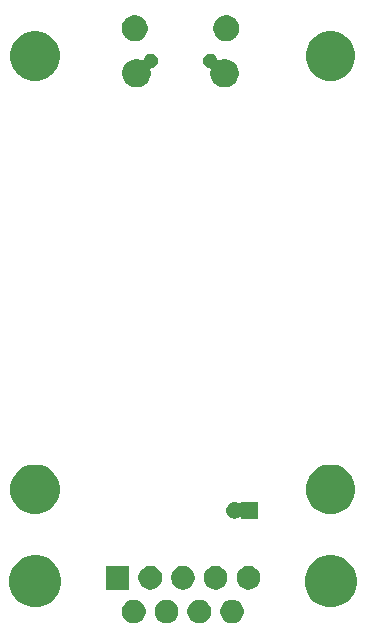
<source format=gbr>
G04 #@! TF.GenerationSoftware,KiCad,Pcbnew,(5.0.1)-3*
G04 #@! TF.CreationDate,2018-11-07T22:07:08+02:00*
G04 #@! TF.ProjectId,stm32-can,73746D33322D63616E2E6B696361645F,rev?*
G04 #@! TF.SameCoordinates,Original*
G04 #@! TF.FileFunction,Soldermask,Bot*
G04 #@! TF.FilePolarity,Negative*
%FSLAX46Y46*%
G04 Gerber Fmt 4.6, Leading zero omitted, Abs format (unit mm)*
G04 Created by KiCad (PCBNEW (5.0.1)-3) date 07-Nov-18 10:07:08 PM*
%MOMM*%
%LPD*%
G01*
G04 APERTURE LIST*
%ADD10C,0.100000*%
G04 APERTURE END LIST*
D10*
G36*
X195973770Y-87199372D02*
X196089689Y-87222429D01*
X196271678Y-87297811D01*
X196435463Y-87407249D01*
X196574751Y-87546537D01*
X196684189Y-87710322D01*
X196759571Y-87892311D01*
X196798000Y-88085509D01*
X196798000Y-88282491D01*
X196759571Y-88475689D01*
X196684189Y-88657678D01*
X196574751Y-88821463D01*
X196435463Y-88960751D01*
X196271678Y-89070189D01*
X196089689Y-89145571D01*
X195973770Y-89168628D01*
X195896493Y-89184000D01*
X195699507Y-89184000D01*
X195622230Y-89168628D01*
X195506311Y-89145571D01*
X195324322Y-89070189D01*
X195160537Y-88960751D01*
X195021249Y-88821463D01*
X194911811Y-88657678D01*
X194836429Y-88475689D01*
X194798000Y-88282491D01*
X194798000Y-88085509D01*
X194836429Y-87892311D01*
X194911811Y-87710322D01*
X195021249Y-87546537D01*
X195160537Y-87407249D01*
X195324322Y-87297811D01*
X195506311Y-87222429D01*
X195622230Y-87199372D01*
X195699507Y-87184000D01*
X195896493Y-87184000D01*
X195973770Y-87199372D01*
X195973770Y-87199372D01*
G37*
G36*
X193203770Y-87199372D02*
X193319689Y-87222429D01*
X193501678Y-87297811D01*
X193665463Y-87407249D01*
X193804751Y-87546537D01*
X193914189Y-87710322D01*
X193989571Y-87892311D01*
X194028000Y-88085509D01*
X194028000Y-88282491D01*
X193989571Y-88475689D01*
X193914189Y-88657678D01*
X193804751Y-88821463D01*
X193665463Y-88960751D01*
X193501678Y-89070189D01*
X193319689Y-89145571D01*
X193203770Y-89168628D01*
X193126493Y-89184000D01*
X192929507Y-89184000D01*
X192852230Y-89168628D01*
X192736311Y-89145571D01*
X192554322Y-89070189D01*
X192390537Y-88960751D01*
X192251249Y-88821463D01*
X192141811Y-88657678D01*
X192066429Y-88475689D01*
X192028000Y-88282491D01*
X192028000Y-88085509D01*
X192066429Y-87892311D01*
X192141811Y-87710322D01*
X192251249Y-87546537D01*
X192390537Y-87407249D01*
X192554322Y-87297811D01*
X192736311Y-87222429D01*
X192852230Y-87199372D01*
X192929507Y-87184000D01*
X193126493Y-87184000D01*
X193203770Y-87199372D01*
X193203770Y-87199372D01*
G37*
G36*
X201513770Y-87199372D02*
X201629689Y-87222429D01*
X201811678Y-87297811D01*
X201975463Y-87407249D01*
X202114751Y-87546537D01*
X202224189Y-87710322D01*
X202299571Y-87892311D01*
X202338000Y-88085509D01*
X202338000Y-88282491D01*
X202299571Y-88475689D01*
X202224189Y-88657678D01*
X202114751Y-88821463D01*
X201975463Y-88960751D01*
X201811678Y-89070189D01*
X201629689Y-89145571D01*
X201513770Y-89168628D01*
X201436493Y-89184000D01*
X201239507Y-89184000D01*
X201162230Y-89168628D01*
X201046311Y-89145571D01*
X200864322Y-89070189D01*
X200700537Y-88960751D01*
X200561249Y-88821463D01*
X200451811Y-88657678D01*
X200376429Y-88475689D01*
X200338000Y-88282491D01*
X200338000Y-88085509D01*
X200376429Y-87892311D01*
X200451811Y-87710322D01*
X200561249Y-87546537D01*
X200700537Y-87407249D01*
X200864322Y-87297811D01*
X201046311Y-87222429D01*
X201162230Y-87199372D01*
X201239507Y-87184000D01*
X201436493Y-87184000D01*
X201513770Y-87199372D01*
X201513770Y-87199372D01*
G37*
G36*
X198743770Y-87199372D02*
X198859689Y-87222429D01*
X199041678Y-87297811D01*
X199205463Y-87407249D01*
X199344751Y-87546537D01*
X199454189Y-87710322D01*
X199529571Y-87892311D01*
X199568000Y-88085509D01*
X199568000Y-88282491D01*
X199529571Y-88475689D01*
X199454189Y-88657678D01*
X199344751Y-88821463D01*
X199205463Y-88960751D01*
X199041678Y-89070189D01*
X198859689Y-89145571D01*
X198743770Y-89168628D01*
X198666493Y-89184000D01*
X198469507Y-89184000D01*
X198392230Y-89168628D01*
X198276311Y-89145571D01*
X198094322Y-89070189D01*
X197930537Y-88960751D01*
X197791249Y-88821463D01*
X197681811Y-88657678D01*
X197606429Y-88475689D01*
X197568000Y-88282491D01*
X197568000Y-88085509D01*
X197606429Y-87892311D01*
X197681811Y-87710322D01*
X197791249Y-87546537D01*
X197930537Y-87407249D01*
X198094322Y-87297811D01*
X198276311Y-87222429D01*
X198392230Y-87199372D01*
X198469507Y-87184000D01*
X198666493Y-87184000D01*
X198743770Y-87199372D01*
X198743770Y-87199372D01*
G37*
G36*
X210324716Y-83528544D02*
X210725090Y-83694384D01*
X211085421Y-83935150D01*
X211391850Y-84241579D01*
X211632616Y-84601910D01*
X211798456Y-85002284D01*
X211883000Y-85427317D01*
X211883000Y-85860683D01*
X211798456Y-86285716D01*
X211632616Y-86686090D01*
X211391850Y-87046421D01*
X211085421Y-87352850D01*
X210725090Y-87593616D01*
X210324716Y-87759456D01*
X209899683Y-87844000D01*
X209466317Y-87844000D01*
X209041284Y-87759456D01*
X208640910Y-87593616D01*
X208280579Y-87352850D01*
X207974150Y-87046421D01*
X207733384Y-86686090D01*
X207567544Y-86285716D01*
X207483000Y-85860683D01*
X207483000Y-85427317D01*
X207567544Y-85002284D01*
X207733384Y-84601910D01*
X207974150Y-84241579D01*
X208280579Y-83935150D01*
X208640910Y-83694384D01*
X209041284Y-83528544D01*
X209466317Y-83444000D01*
X209899683Y-83444000D01*
X210324716Y-83528544D01*
X210324716Y-83528544D01*
G37*
G36*
X185324716Y-83528544D02*
X185725090Y-83694384D01*
X186085421Y-83935150D01*
X186391850Y-84241579D01*
X186632616Y-84601910D01*
X186798456Y-85002284D01*
X186883000Y-85427317D01*
X186883000Y-85860683D01*
X186798456Y-86285716D01*
X186632616Y-86686090D01*
X186391850Y-87046421D01*
X186085421Y-87352850D01*
X185725090Y-87593616D01*
X185324716Y-87759456D01*
X184899683Y-87844000D01*
X184466317Y-87844000D01*
X184041284Y-87759456D01*
X183640910Y-87593616D01*
X183280579Y-87352850D01*
X182974150Y-87046421D01*
X182733384Y-86686090D01*
X182567544Y-86285716D01*
X182483000Y-85860683D01*
X182483000Y-85427317D01*
X182567544Y-85002284D01*
X182733384Y-84601910D01*
X182974150Y-84241579D01*
X183280579Y-83935150D01*
X183640910Y-83694384D01*
X184041284Y-83528544D01*
X184466317Y-83444000D01*
X184899683Y-83444000D01*
X185324716Y-83528544D01*
X185324716Y-83528544D01*
G37*
G36*
X202898770Y-84359372D02*
X203014689Y-84382429D01*
X203196678Y-84457811D01*
X203360463Y-84567249D01*
X203499751Y-84706537D01*
X203609189Y-84870322D01*
X203684571Y-85052311D01*
X203723000Y-85245509D01*
X203723000Y-85442491D01*
X203684571Y-85635689D01*
X203609189Y-85817678D01*
X203499751Y-85981463D01*
X203360463Y-86120751D01*
X203196678Y-86230189D01*
X203014689Y-86305571D01*
X202898770Y-86328628D01*
X202821493Y-86344000D01*
X202624507Y-86344000D01*
X202547230Y-86328628D01*
X202431311Y-86305571D01*
X202249322Y-86230189D01*
X202085537Y-86120751D01*
X201946249Y-85981463D01*
X201836811Y-85817678D01*
X201761429Y-85635689D01*
X201723000Y-85442491D01*
X201723000Y-85245509D01*
X201761429Y-85052311D01*
X201836811Y-84870322D01*
X201946249Y-84706537D01*
X202085537Y-84567249D01*
X202249322Y-84457811D01*
X202431311Y-84382429D01*
X202547230Y-84359372D01*
X202624507Y-84344000D01*
X202821493Y-84344000D01*
X202898770Y-84359372D01*
X202898770Y-84359372D01*
G37*
G36*
X197358770Y-84359372D02*
X197474689Y-84382429D01*
X197656678Y-84457811D01*
X197820463Y-84567249D01*
X197959751Y-84706537D01*
X198069189Y-84870322D01*
X198144571Y-85052311D01*
X198183000Y-85245509D01*
X198183000Y-85442491D01*
X198144571Y-85635689D01*
X198069189Y-85817678D01*
X197959751Y-85981463D01*
X197820463Y-86120751D01*
X197656678Y-86230189D01*
X197474689Y-86305571D01*
X197358770Y-86328628D01*
X197281493Y-86344000D01*
X197084507Y-86344000D01*
X197007230Y-86328628D01*
X196891311Y-86305571D01*
X196709322Y-86230189D01*
X196545537Y-86120751D01*
X196406249Y-85981463D01*
X196296811Y-85817678D01*
X196221429Y-85635689D01*
X196183000Y-85442491D01*
X196183000Y-85245509D01*
X196221429Y-85052311D01*
X196296811Y-84870322D01*
X196406249Y-84706537D01*
X196545537Y-84567249D01*
X196709322Y-84457811D01*
X196891311Y-84382429D01*
X197007230Y-84359372D01*
X197084507Y-84344000D01*
X197281493Y-84344000D01*
X197358770Y-84359372D01*
X197358770Y-84359372D01*
G37*
G36*
X200128770Y-84359372D02*
X200244689Y-84382429D01*
X200426678Y-84457811D01*
X200590463Y-84567249D01*
X200729751Y-84706537D01*
X200839189Y-84870322D01*
X200914571Y-85052311D01*
X200953000Y-85245509D01*
X200953000Y-85442491D01*
X200914571Y-85635689D01*
X200839189Y-85817678D01*
X200729751Y-85981463D01*
X200590463Y-86120751D01*
X200426678Y-86230189D01*
X200244689Y-86305571D01*
X200128770Y-86328628D01*
X200051493Y-86344000D01*
X199854507Y-86344000D01*
X199777230Y-86328628D01*
X199661311Y-86305571D01*
X199479322Y-86230189D01*
X199315537Y-86120751D01*
X199176249Y-85981463D01*
X199066811Y-85817678D01*
X198991429Y-85635689D01*
X198953000Y-85442491D01*
X198953000Y-85245509D01*
X198991429Y-85052311D01*
X199066811Y-84870322D01*
X199176249Y-84706537D01*
X199315537Y-84567249D01*
X199479322Y-84457811D01*
X199661311Y-84382429D01*
X199777230Y-84359372D01*
X199854507Y-84344000D01*
X200051493Y-84344000D01*
X200128770Y-84359372D01*
X200128770Y-84359372D01*
G37*
G36*
X194588770Y-84359372D02*
X194704689Y-84382429D01*
X194886678Y-84457811D01*
X195050463Y-84567249D01*
X195189751Y-84706537D01*
X195299189Y-84870322D01*
X195374571Y-85052311D01*
X195413000Y-85245509D01*
X195413000Y-85442491D01*
X195374571Y-85635689D01*
X195299189Y-85817678D01*
X195189751Y-85981463D01*
X195050463Y-86120751D01*
X194886678Y-86230189D01*
X194704689Y-86305571D01*
X194588770Y-86328628D01*
X194511493Y-86344000D01*
X194314507Y-86344000D01*
X194237230Y-86328628D01*
X194121311Y-86305571D01*
X193939322Y-86230189D01*
X193775537Y-86120751D01*
X193636249Y-85981463D01*
X193526811Y-85817678D01*
X193451429Y-85635689D01*
X193413000Y-85442491D01*
X193413000Y-85245509D01*
X193451429Y-85052311D01*
X193526811Y-84870322D01*
X193636249Y-84706537D01*
X193775537Y-84567249D01*
X193939322Y-84457811D01*
X194121311Y-84382429D01*
X194237230Y-84359372D01*
X194314507Y-84344000D01*
X194511493Y-84344000D01*
X194588770Y-84359372D01*
X194588770Y-84359372D01*
G37*
G36*
X192643000Y-86344000D02*
X190643000Y-86344000D01*
X190643000Y-84344000D01*
X192643000Y-84344000D01*
X192643000Y-86344000D01*
X192643000Y-86344000D01*
G37*
G36*
X201686224Y-78939128D02*
X201818175Y-78979155D01*
X201877189Y-79010699D01*
X201935076Y-79041640D01*
X201957715Y-79051018D01*
X201981748Y-79055798D01*
X202006253Y-79055798D01*
X202030286Y-79051017D01*
X202052925Y-79041640D01*
X202073300Y-79028026D01*
X202090627Y-79010699D01*
X202104240Y-78990324D01*
X202113618Y-78967685D01*
X202119000Y-78931400D01*
X202119000Y-78929000D01*
X203519000Y-78929000D01*
X203519000Y-80329000D01*
X202119000Y-80329000D01*
X202119000Y-80326600D01*
X202116598Y-80302214D01*
X202109485Y-80278765D01*
X202097934Y-80257154D01*
X202082388Y-80238212D01*
X202063446Y-80222666D01*
X202041835Y-80211115D01*
X202018386Y-80204002D01*
X201994000Y-80201600D01*
X201969614Y-80204002D01*
X201935075Y-80216360D01*
X201818175Y-80278845D01*
X201686224Y-80318872D01*
X201583390Y-80329000D01*
X201514610Y-80329000D01*
X201411776Y-80318872D01*
X201279825Y-80278845D01*
X201158219Y-80213845D01*
X201051630Y-80126370D01*
X200964155Y-80019781D01*
X200899155Y-79898175D01*
X200859128Y-79766224D01*
X200845613Y-79629000D01*
X200859128Y-79491776D01*
X200899155Y-79359825D01*
X200964155Y-79238219D01*
X201051630Y-79131630D01*
X201158219Y-79044155D01*
X201279825Y-78979155D01*
X201411776Y-78939128D01*
X201514610Y-78929000D01*
X201583390Y-78929000D01*
X201686224Y-78939128D01*
X201686224Y-78939128D01*
G37*
G36*
X185270547Y-75831701D02*
X185652722Y-75990003D01*
X185652723Y-75990004D01*
X185996672Y-76219823D01*
X186289177Y-76512328D01*
X186442390Y-76741627D01*
X186518997Y-76856278D01*
X186677299Y-77238453D01*
X186758000Y-77644167D01*
X186758000Y-78057833D01*
X186677299Y-78463547D01*
X186518997Y-78845722D01*
X186518996Y-78845723D01*
X186289177Y-79189672D01*
X185996672Y-79482177D01*
X185776935Y-79629000D01*
X185652722Y-79711997D01*
X185270547Y-79870299D01*
X184864833Y-79951000D01*
X184451167Y-79951000D01*
X184045453Y-79870299D01*
X183663278Y-79711997D01*
X183539065Y-79629000D01*
X183319328Y-79482177D01*
X183026823Y-79189672D01*
X182797004Y-78845723D01*
X182797003Y-78845722D01*
X182638701Y-78463547D01*
X182558000Y-78057833D01*
X182558000Y-77644167D01*
X182638701Y-77238453D01*
X182797003Y-76856278D01*
X182873610Y-76741627D01*
X183026823Y-76512328D01*
X183319328Y-76219823D01*
X183663277Y-75990004D01*
X183663278Y-75990003D01*
X184045453Y-75831701D01*
X184451167Y-75751000D01*
X184864833Y-75751000D01*
X185270547Y-75831701D01*
X185270547Y-75831701D01*
G37*
G36*
X210289547Y-75831701D02*
X210671722Y-75990003D01*
X210671723Y-75990004D01*
X211015672Y-76219823D01*
X211308177Y-76512328D01*
X211461390Y-76741627D01*
X211537997Y-76856278D01*
X211696299Y-77238453D01*
X211777000Y-77644167D01*
X211777000Y-78057833D01*
X211696299Y-78463547D01*
X211537997Y-78845722D01*
X211537996Y-78845723D01*
X211308177Y-79189672D01*
X211015672Y-79482177D01*
X210795935Y-79629000D01*
X210671722Y-79711997D01*
X210289547Y-79870299D01*
X209883833Y-79951000D01*
X209470167Y-79951000D01*
X209064453Y-79870299D01*
X208682278Y-79711997D01*
X208558065Y-79629000D01*
X208338328Y-79482177D01*
X208045823Y-79189672D01*
X207816004Y-78845723D01*
X207816003Y-78845722D01*
X207657701Y-78463547D01*
X207577000Y-78057833D01*
X207577000Y-77644167D01*
X207657701Y-77238453D01*
X207816003Y-76856278D01*
X207892610Y-76741627D01*
X208045823Y-76512328D01*
X208338328Y-76219823D01*
X208682277Y-75990004D01*
X208682278Y-75990003D01*
X209064453Y-75831701D01*
X209470167Y-75751000D01*
X209883833Y-75751000D01*
X210289547Y-75831701D01*
X210289547Y-75831701D01*
G37*
G36*
X194652012Y-40990057D02*
X194761207Y-41035287D01*
X194859481Y-41100952D01*
X194943048Y-41184519D01*
X195008713Y-41282793D01*
X195053943Y-41391988D01*
X195077000Y-41507904D01*
X195077000Y-41626096D01*
X195053943Y-41742012D01*
X195008713Y-41851207D01*
X194943048Y-41949481D01*
X194859481Y-42033048D01*
X194761207Y-42098713D01*
X194652012Y-42143943D01*
X194567752Y-42160703D01*
X194536095Y-42167000D01*
X194536094Y-42167000D01*
X194533922Y-42167432D01*
X194513926Y-42169402D01*
X194490477Y-42176515D01*
X194468866Y-42188066D01*
X194449924Y-42203612D01*
X194434378Y-42222554D01*
X194422827Y-42244165D01*
X194415714Y-42267614D01*
X194413312Y-42292000D01*
X194415714Y-42316386D01*
X194452000Y-42498809D01*
X194452000Y-42735191D01*
X194405885Y-42967026D01*
X194315427Y-43185412D01*
X194184099Y-43381958D01*
X194016958Y-43549099D01*
X193820412Y-43680427D01*
X193602026Y-43770885D01*
X193370191Y-43817000D01*
X193133809Y-43817000D01*
X192901974Y-43770885D01*
X192683588Y-43680427D01*
X192487042Y-43549099D01*
X192319901Y-43381958D01*
X192188573Y-43185412D01*
X192098115Y-42967026D01*
X192052000Y-42735191D01*
X192052000Y-42498809D01*
X192098115Y-42266974D01*
X192188573Y-42048588D01*
X192319901Y-41852042D01*
X192487042Y-41684901D01*
X192683588Y-41553573D01*
X192901974Y-41463115D01*
X193133809Y-41417000D01*
X193370191Y-41417000D01*
X193602024Y-41463115D01*
X193602026Y-41463116D01*
X193602027Y-41463116D01*
X193723583Y-41513466D01*
X193747029Y-41520578D01*
X193771416Y-41522980D01*
X193795802Y-41520578D01*
X193819251Y-41513465D01*
X193840862Y-41501914D01*
X193859804Y-41486369D01*
X193875350Y-41467427D01*
X193886901Y-41445816D01*
X193894014Y-41422367D01*
X193900057Y-41391988D01*
X193945287Y-41282793D01*
X194010952Y-41184519D01*
X194094519Y-41100952D01*
X194192793Y-41035287D01*
X194301988Y-40990057D01*
X194417904Y-40967000D01*
X194536096Y-40967000D01*
X194652012Y-40990057D01*
X194652012Y-40990057D01*
G37*
G36*
X199652012Y-40990057D02*
X199761207Y-41035287D01*
X199859481Y-41100952D01*
X199943048Y-41184519D01*
X200008713Y-41282793D01*
X200053943Y-41391988D01*
X200059986Y-41422367D01*
X200067099Y-41445816D01*
X200078651Y-41467427D01*
X200094196Y-41486369D01*
X200113138Y-41501914D01*
X200134749Y-41513465D01*
X200158198Y-41520578D01*
X200182584Y-41522980D01*
X200206971Y-41520578D01*
X200230417Y-41513466D01*
X200351973Y-41463116D01*
X200351974Y-41463116D01*
X200351976Y-41463115D01*
X200583809Y-41417000D01*
X200820191Y-41417000D01*
X201052026Y-41463115D01*
X201270412Y-41553573D01*
X201466958Y-41684901D01*
X201634099Y-41852042D01*
X201765427Y-42048588D01*
X201855885Y-42266974D01*
X201902000Y-42498809D01*
X201902000Y-42735191D01*
X201855885Y-42967026D01*
X201765427Y-43185412D01*
X201634099Y-43381958D01*
X201466958Y-43549099D01*
X201270412Y-43680427D01*
X201052026Y-43770885D01*
X200820191Y-43817000D01*
X200583809Y-43817000D01*
X200351974Y-43770885D01*
X200133588Y-43680427D01*
X199937042Y-43549099D01*
X199769901Y-43381958D01*
X199638573Y-43185412D01*
X199548115Y-42967026D01*
X199502000Y-42735191D01*
X199502000Y-42498809D01*
X199538286Y-42316386D01*
X199540688Y-42292000D01*
X199538286Y-42267614D01*
X199531173Y-42244164D01*
X199519622Y-42222554D01*
X199504076Y-42203612D01*
X199485134Y-42188066D01*
X199463523Y-42176515D01*
X199440074Y-42169402D01*
X199420078Y-42167432D01*
X199417906Y-42167000D01*
X199417905Y-42167000D01*
X199386248Y-42160703D01*
X199301988Y-42143943D01*
X199192793Y-42098713D01*
X199094519Y-42033048D01*
X199010952Y-41949481D01*
X198945287Y-41851207D01*
X198900057Y-41742012D01*
X198877000Y-41626096D01*
X198877000Y-41507904D01*
X198900057Y-41391988D01*
X198945287Y-41282793D01*
X199010952Y-41184519D01*
X199094519Y-41100952D01*
X199192793Y-41035287D01*
X199301988Y-40990057D01*
X199417904Y-40967000D01*
X199536096Y-40967000D01*
X199652012Y-40990057D01*
X199652012Y-40990057D01*
G37*
G36*
X185270547Y-39128701D02*
X185652722Y-39287003D01*
X185767373Y-39363610D01*
X185996672Y-39516823D01*
X186289177Y-39809328D01*
X186361121Y-39917000D01*
X186518997Y-40153278D01*
X186677299Y-40535453D01*
X186758000Y-40941167D01*
X186758000Y-41354833D01*
X186677299Y-41760547D01*
X186518997Y-42142722D01*
X186518181Y-42143943D01*
X186289177Y-42486672D01*
X185996672Y-42779177D01*
X185767373Y-42932390D01*
X185652722Y-43008997D01*
X185270547Y-43167299D01*
X184864833Y-43248000D01*
X184451167Y-43248000D01*
X184045453Y-43167299D01*
X183663278Y-43008997D01*
X183548627Y-42932390D01*
X183319328Y-42779177D01*
X183026823Y-42486672D01*
X182797819Y-42143943D01*
X182797003Y-42142722D01*
X182638701Y-41760547D01*
X182558000Y-41354833D01*
X182558000Y-40941167D01*
X182638701Y-40535453D01*
X182797003Y-40153278D01*
X182954879Y-39917000D01*
X183026823Y-39809328D01*
X183319328Y-39516823D01*
X183548627Y-39363610D01*
X183663278Y-39287003D01*
X184045453Y-39128701D01*
X184451167Y-39048000D01*
X184864833Y-39048000D01*
X185270547Y-39128701D01*
X185270547Y-39128701D01*
G37*
G36*
X210289547Y-39128701D02*
X210671722Y-39287003D01*
X210786373Y-39363610D01*
X211015672Y-39516823D01*
X211308177Y-39809328D01*
X211380121Y-39917000D01*
X211537997Y-40153278D01*
X211696299Y-40535453D01*
X211777000Y-40941167D01*
X211777000Y-41354833D01*
X211696299Y-41760547D01*
X211537997Y-42142722D01*
X211537181Y-42143943D01*
X211308177Y-42486672D01*
X211015672Y-42779177D01*
X210786373Y-42932390D01*
X210671722Y-43008997D01*
X210289547Y-43167299D01*
X209883833Y-43248000D01*
X209470167Y-43248000D01*
X209064453Y-43167299D01*
X208682278Y-43008997D01*
X208567627Y-42932390D01*
X208338328Y-42779177D01*
X208045823Y-42486672D01*
X207816819Y-42143943D01*
X207816003Y-42142722D01*
X207657701Y-41760547D01*
X207577000Y-41354833D01*
X207577000Y-40941167D01*
X207657701Y-40535453D01*
X207816003Y-40153278D01*
X207973879Y-39917000D01*
X208045823Y-39809328D01*
X208338328Y-39516823D01*
X208567627Y-39363610D01*
X208682278Y-39287003D01*
X209064453Y-39128701D01*
X209470167Y-39048000D01*
X209883833Y-39048000D01*
X210289547Y-39128701D01*
X210289547Y-39128701D01*
G37*
G36*
X193422857Y-37759272D02*
X193623042Y-37842191D01*
X193803213Y-37962578D01*
X193956422Y-38115787D01*
X194076809Y-38295958D01*
X194159728Y-38496143D01*
X194202000Y-38708658D01*
X194202000Y-38925342D01*
X194159728Y-39137857D01*
X194076809Y-39338042D01*
X194076807Y-39338045D01*
X193957350Y-39516825D01*
X193956422Y-39518213D01*
X193803213Y-39671422D01*
X193623042Y-39791809D01*
X193422857Y-39874728D01*
X193210342Y-39917000D01*
X192993658Y-39917000D01*
X192781143Y-39874728D01*
X192580958Y-39791809D01*
X192400787Y-39671422D01*
X192247578Y-39518213D01*
X192246651Y-39516825D01*
X192127193Y-39338045D01*
X192127191Y-39338042D01*
X192044272Y-39137857D01*
X192002000Y-38925342D01*
X192002000Y-38708658D01*
X192044272Y-38496143D01*
X192127191Y-38295958D01*
X192247578Y-38115787D01*
X192400787Y-37962578D01*
X192580958Y-37842191D01*
X192781143Y-37759272D01*
X192993658Y-37717000D01*
X193210342Y-37717000D01*
X193422857Y-37759272D01*
X193422857Y-37759272D01*
G37*
G36*
X201172857Y-37759272D02*
X201373042Y-37842191D01*
X201553213Y-37962578D01*
X201706422Y-38115787D01*
X201826809Y-38295958D01*
X201909728Y-38496143D01*
X201952000Y-38708658D01*
X201952000Y-38925342D01*
X201909728Y-39137857D01*
X201826809Y-39338042D01*
X201826807Y-39338045D01*
X201707350Y-39516825D01*
X201706422Y-39518213D01*
X201553213Y-39671422D01*
X201373042Y-39791809D01*
X201172857Y-39874728D01*
X200960342Y-39917000D01*
X200743658Y-39917000D01*
X200531143Y-39874728D01*
X200330958Y-39791809D01*
X200150787Y-39671422D01*
X199997578Y-39518213D01*
X199996651Y-39516825D01*
X199877193Y-39338045D01*
X199877191Y-39338042D01*
X199794272Y-39137857D01*
X199752000Y-38925342D01*
X199752000Y-38708658D01*
X199794272Y-38496143D01*
X199877191Y-38295958D01*
X199997578Y-38115787D01*
X200150787Y-37962578D01*
X200330958Y-37842191D01*
X200531143Y-37759272D01*
X200743658Y-37717000D01*
X200960342Y-37717000D01*
X201172857Y-37759272D01*
X201172857Y-37759272D01*
G37*
M02*

</source>
